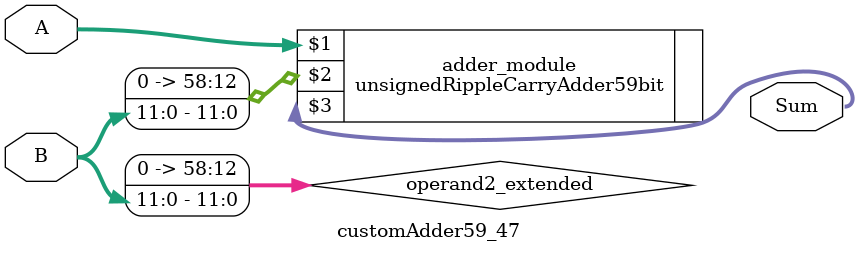
<source format=v>
module customAdder59_47(
                        input [58 : 0] A,
                        input [11 : 0] B,
                        
                        output [59 : 0] Sum
                );

        wire [58 : 0] operand2_extended;
        
        assign operand2_extended =  {47'b0, B};
        
        unsignedRippleCarryAdder59bit adder_module(
            A,
            operand2_extended,
            Sum
        );
        
        endmodule
        
</source>
